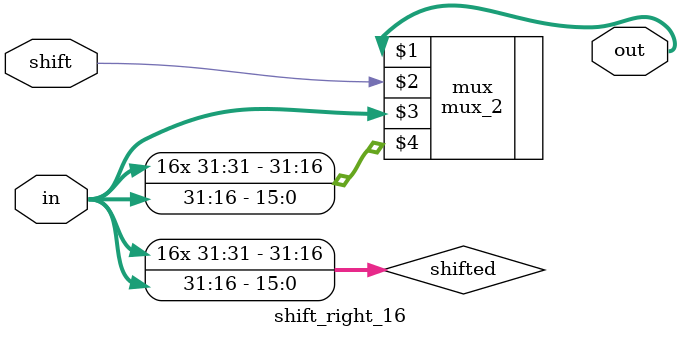
<source format=v>
module shift_right_16(
    output [31:0] out,
    input shift,
    input [31:0] in);

    wire [31:0] shifted;

    assign shifted[15:0] = in[31:16];

    genvar i;
    for(i = 16; i < 32; i = i + 1) begin
        assign shifted[i] = in[31];
    end

    mux_2 mux(out, shift, in, shifted);
endmodule

</source>
